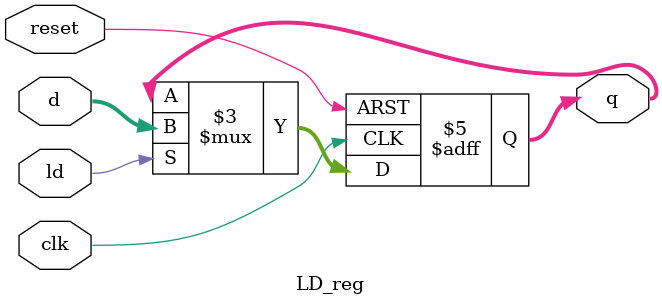
<source format=v>
`timescale 1ns / 1ps
module LD_reg(clk, reset, ld, d, q);

   input            clk, reset, ld;
   input      [7:0] d;
   output reg [7:0] q;

   //Sequential Block. If load is set, output gets input else stays the same
   always@(posedge clk, posedge reset)
      if(reset)    q <= 8'b0;
      else if(ld)  q <= d;
      else         q <= q;

endmodule

</source>
